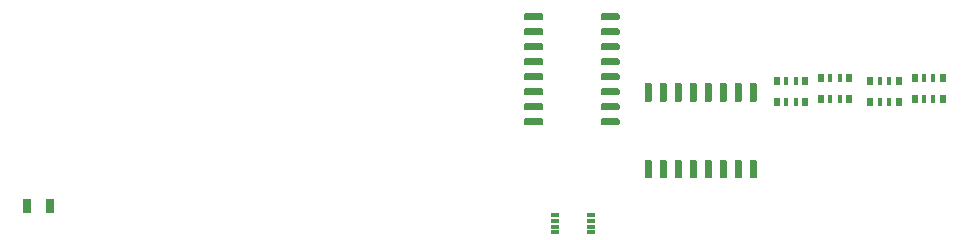
<source format=gbr>
G04 #@! TF.GenerationSoftware,KiCad,Pcbnew,(5.99.0-576-ga860ac506)*
G04 #@! TF.CreationDate,2021-04-05T12:44:30+02:00*
G04 #@! TF.ProjectId,50 pin to 34 pin Floppy Adapter,35302070-696e-4207-946f-203334207069,rev?*
G04 #@! TF.SameCoordinates,Original*
G04 #@! TF.FileFunction,Paste,Bot*
G04 #@! TF.FilePolarity,Positive*
%FSLAX46Y46*%
G04 Gerber Fmt 4.6, Leading zero omitted, Abs format (unit mm)*
G04 Created by KiCad (PCBNEW (5.99.0-576-ga860ac506)) date 2021-04-05 12:44:30*
%MOMM*%
%LPD*%
G04 APERTURE LIST*
%ADD10R,0.800000X0.300000*%
%ADD11R,0.700000X1.300000*%
%ADD12R,0.500000X0.800000*%
%ADD13R,0.400000X0.800000*%
G04 APERTURE END LIST*
D10*
X85635500Y-39421500D03*
X85635500Y-38921500D03*
X85635500Y-38421500D03*
X85635500Y-37921500D03*
X88735500Y-37921500D03*
X88735500Y-38421500D03*
X88735500Y-38921500D03*
X88735500Y-39421500D03*
D11*
X40960000Y-37211000D03*
X42860000Y-37211000D03*
G36*
X84515903Y-29746918D02*
G01*
X84564566Y-29779434D01*
X84597082Y-29828097D01*
X84608500Y-29885500D01*
X84608500Y-30185500D01*
X84597082Y-30242903D01*
X84564566Y-30291566D01*
X84515903Y-30324082D01*
X84458500Y-30335500D01*
X83158500Y-30335500D01*
X83101097Y-30324082D01*
X83052434Y-30291566D01*
X83019918Y-30242903D01*
X83008500Y-30185500D01*
X83008500Y-29885500D01*
X83019918Y-29828097D01*
X83052434Y-29779434D01*
X83101097Y-29746918D01*
X83158500Y-29735500D01*
X84458500Y-29735500D01*
X84515903Y-29746918D01*
G37*
G36*
X84515903Y-28476918D02*
G01*
X84564566Y-28509434D01*
X84597082Y-28558097D01*
X84608500Y-28615500D01*
X84608500Y-28915500D01*
X84597082Y-28972903D01*
X84564566Y-29021566D01*
X84515903Y-29054082D01*
X84458500Y-29065500D01*
X83158500Y-29065500D01*
X83101097Y-29054082D01*
X83052434Y-29021566D01*
X83019918Y-28972903D01*
X83008500Y-28915500D01*
X83008500Y-28615500D01*
X83019918Y-28558097D01*
X83052434Y-28509434D01*
X83101097Y-28476918D01*
X83158500Y-28465500D01*
X84458500Y-28465500D01*
X84515903Y-28476918D01*
G37*
G36*
X84515903Y-27206918D02*
G01*
X84564566Y-27239434D01*
X84597082Y-27288097D01*
X84608500Y-27345500D01*
X84608500Y-27645500D01*
X84597082Y-27702903D01*
X84564566Y-27751566D01*
X84515903Y-27784082D01*
X84458500Y-27795500D01*
X83158500Y-27795500D01*
X83101097Y-27784082D01*
X83052434Y-27751566D01*
X83019918Y-27702903D01*
X83008500Y-27645500D01*
X83008500Y-27345500D01*
X83019918Y-27288097D01*
X83052434Y-27239434D01*
X83101097Y-27206918D01*
X83158500Y-27195500D01*
X84458500Y-27195500D01*
X84515903Y-27206918D01*
G37*
G36*
X84515903Y-25936918D02*
G01*
X84564566Y-25969434D01*
X84597082Y-26018097D01*
X84608500Y-26075500D01*
X84608500Y-26375500D01*
X84597082Y-26432903D01*
X84564566Y-26481566D01*
X84515903Y-26514082D01*
X84458500Y-26525500D01*
X83158500Y-26525500D01*
X83101097Y-26514082D01*
X83052434Y-26481566D01*
X83019918Y-26432903D01*
X83008500Y-26375500D01*
X83008500Y-26075500D01*
X83019918Y-26018097D01*
X83052434Y-25969434D01*
X83101097Y-25936918D01*
X83158500Y-25925500D01*
X84458500Y-25925500D01*
X84515903Y-25936918D01*
G37*
G36*
X84515903Y-24666918D02*
G01*
X84564566Y-24699434D01*
X84597082Y-24748097D01*
X84608500Y-24805500D01*
X84608500Y-25105500D01*
X84597082Y-25162903D01*
X84564566Y-25211566D01*
X84515903Y-25244082D01*
X84458500Y-25255500D01*
X83158500Y-25255500D01*
X83101097Y-25244082D01*
X83052434Y-25211566D01*
X83019918Y-25162903D01*
X83008500Y-25105500D01*
X83008500Y-24805500D01*
X83019918Y-24748097D01*
X83052434Y-24699434D01*
X83101097Y-24666918D01*
X83158500Y-24655500D01*
X84458500Y-24655500D01*
X84515903Y-24666918D01*
G37*
G36*
X84515903Y-23396918D02*
G01*
X84564566Y-23429434D01*
X84597082Y-23478097D01*
X84608500Y-23535500D01*
X84608500Y-23835500D01*
X84597082Y-23892903D01*
X84564566Y-23941566D01*
X84515903Y-23974082D01*
X84458500Y-23985500D01*
X83158500Y-23985500D01*
X83101097Y-23974082D01*
X83052434Y-23941566D01*
X83019918Y-23892903D01*
X83008500Y-23835500D01*
X83008500Y-23535500D01*
X83019918Y-23478097D01*
X83052434Y-23429434D01*
X83101097Y-23396918D01*
X83158500Y-23385500D01*
X84458500Y-23385500D01*
X84515903Y-23396918D01*
G37*
G36*
X84515903Y-22126918D02*
G01*
X84564566Y-22159434D01*
X84597082Y-22208097D01*
X84608500Y-22265500D01*
X84608500Y-22565500D01*
X84597082Y-22622903D01*
X84564566Y-22671566D01*
X84515903Y-22704082D01*
X84458500Y-22715500D01*
X83158500Y-22715500D01*
X83101097Y-22704082D01*
X83052434Y-22671566D01*
X83019918Y-22622903D01*
X83008500Y-22565500D01*
X83008500Y-22265500D01*
X83019918Y-22208097D01*
X83052434Y-22159434D01*
X83101097Y-22126918D01*
X83158500Y-22115500D01*
X84458500Y-22115500D01*
X84515903Y-22126918D01*
G37*
G36*
X84515903Y-20856918D02*
G01*
X84564566Y-20889434D01*
X84597082Y-20938097D01*
X84608500Y-20995500D01*
X84608500Y-21295500D01*
X84597082Y-21352903D01*
X84564566Y-21401566D01*
X84515903Y-21434082D01*
X84458500Y-21445500D01*
X83158500Y-21445500D01*
X83101097Y-21434082D01*
X83052434Y-21401566D01*
X83019918Y-21352903D01*
X83008500Y-21295500D01*
X83008500Y-20995500D01*
X83019918Y-20938097D01*
X83052434Y-20889434D01*
X83101097Y-20856918D01*
X83158500Y-20845500D01*
X84458500Y-20845500D01*
X84515903Y-20856918D01*
G37*
G36*
X91015903Y-20856918D02*
G01*
X91064566Y-20889434D01*
X91097082Y-20938097D01*
X91108500Y-20995500D01*
X91108500Y-21295500D01*
X91097082Y-21352903D01*
X91064566Y-21401566D01*
X91015903Y-21434082D01*
X90958500Y-21445500D01*
X89658500Y-21445500D01*
X89601097Y-21434082D01*
X89552434Y-21401566D01*
X89519918Y-21352903D01*
X89508500Y-21295500D01*
X89508500Y-20995500D01*
X89519918Y-20938097D01*
X89552434Y-20889434D01*
X89601097Y-20856918D01*
X89658500Y-20845500D01*
X90958500Y-20845500D01*
X91015903Y-20856918D01*
G37*
G36*
X91015903Y-22126918D02*
G01*
X91064566Y-22159434D01*
X91097082Y-22208097D01*
X91108500Y-22265500D01*
X91108500Y-22565500D01*
X91097082Y-22622903D01*
X91064566Y-22671566D01*
X91015903Y-22704082D01*
X90958500Y-22715500D01*
X89658500Y-22715500D01*
X89601097Y-22704082D01*
X89552434Y-22671566D01*
X89519918Y-22622903D01*
X89508500Y-22565500D01*
X89508500Y-22265500D01*
X89519918Y-22208097D01*
X89552434Y-22159434D01*
X89601097Y-22126918D01*
X89658500Y-22115500D01*
X90958500Y-22115500D01*
X91015903Y-22126918D01*
G37*
G36*
X91015903Y-23396918D02*
G01*
X91064566Y-23429434D01*
X91097082Y-23478097D01*
X91108500Y-23535500D01*
X91108500Y-23835500D01*
X91097082Y-23892903D01*
X91064566Y-23941566D01*
X91015903Y-23974082D01*
X90958500Y-23985500D01*
X89658500Y-23985500D01*
X89601097Y-23974082D01*
X89552434Y-23941566D01*
X89519918Y-23892903D01*
X89508500Y-23835500D01*
X89508500Y-23535500D01*
X89519918Y-23478097D01*
X89552434Y-23429434D01*
X89601097Y-23396918D01*
X89658500Y-23385500D01*
X90958500Y-23385500D01*
X91015903Y-23396918D01*
G37*
G36*
X91015903Y-24666918D02*
G01*
X91064566Y-24699434D01*
X91097082Y-24748097D01*
X91108500Y-24805500D01*
X91108500Y-25105500D01*
X91097082Y-25162903D01*
X91064566Y-25211566D01*
X91015903Y-25244082D01*
X90958500Y-25255500D01*
X89658500Y-25255500D01*
X89601097Y-25244082D01*
X89552434Y-25211566D01*
X89519918Y-25162903D01*
X89508500Y-25105500D01*
X89508500Y-24805500D01*
X89519918Y-24748097D01*
X89552434Y-24699434D01*
X89601097Y-24666918D01*
X89658500Y-24655500D01*
X90958500Y-24655500D01*
X91015903Y-24666918D01*
G37*
G36*
X91015903Y-25936918D02*
G01*
X91064566Y-25969434D01*
X91097082Y-26018097D01*
X91108500Y-26075500D01*
X91108500Y-26375500D01*
X91097082Y-26432903D01*
X91064566Y-26481566D01*
X91015903Y-26514082D01*
X90958500Y-26525500D01*
X89658500Y-26525500D01*
X89601097Y-26514082D01*
X89552434Y-26481566D01*
X89519918Y-26432903D01*
X89508500Y-26375500D01*
X89508500Y-26075500D01*
X89519918Y-26018097D01*
X89552434Y-25969434D01*
X89601097Y-25936918D01*
X89658500Y-25925500D01*
X90958500Y-25925500D01*
X91015903Y-25936918D01*
G37*
G36*
X91015903Y-27206918D02*
G01*
X91064566Y-27239434D01*
X91097082Y-27288097D01*
X91108500Y-27345500D01*
X91108500Y-27645500D01*
X91097082Y-27702903D01*
X91064566Y-27751566D01*
X91015903Y-27784082D01*
X90958500Y-27795500D01*
X89658500Y-27795500D01*
X89601097Y-27784082D01*
X89552434Y-27751566D01*
X89519918Y-27702903D01*
X89508500Y-27645500D01*
X89508500Y-27345500D01*
X89519918Y-27288097D01*
X89552434Y-27239434D01*
X89601097Y-27206918D01*
X89658500Y-27195500D01*
X90958500Y-27195500D01*
X91015903Y-27206918D01*
G37*
G36*
X91015903Y-28476918D02*
G01*
X91064566Y-28509434D01*
X91097082Y-28558097D01*
X91108500Y-28615500D01*
X91108500Y-28915500D01*
X91097082Y-28972903D01*
X91064566Y-29021566D01*
X91015903Y-29054082D01*
X90958500Y-29065500D01*
X89658500Y-29065500D01*
X89601097Y-29054082D01*
X89552434Y-29021566D01*
X89519918Y-28972903D01*
X89508500Y-28915500D01*
X89508500Y-28615500D01*
X89519918Y-28558097D01*
X89552434Y-28509434D01*
X89601097Y-28476918D01*
X89658500Y-28465500D01*
X90958500Y-28465500D01*
X91015903Y-28476918D01*
G37*
G36*
X91015903Y-29746918D02*
G01*
X91064566Y-29779434D01*
X91097082Y-29828097D01*
X91108500Y-29885500D01*
X91108500Y-30185500D01*
X91097082Y-30242903D01*
X91064566Y-30291566D01*
X91015903Y-30324082D01*
X90958500Y-30335500D01*
X89658500Y-30335500D01*
X89601097Y-30324082D01*
X89552434Y-30291566D01*
X89519918Y-30242903D01*
X89508500Y-30185500D01*
X89508500Y-29885500D01*
X89519918Y-29828097D01*
X89552434Y-29779434D01*
X89601097Y-29746918D01*
X89658500Y-29735500D01*
X90958500Y-29735500D01*
X91015903Y-29746918D01*
G37*
D12*
X112338000Y-26595500D03*
D13*
X113938000Y-26595500D03*
X113138000Y-26595500D03*
D12*
X114738000Y-26595500D03*
D13*
X113138000Y-28395500D03*
D12*
X112338000Y-28395500D03*
D13*
X113938000Y-28395500D03*
D12*
X114738000Y-28395500D03*
X116084500Y-26341500D03*
D13*
X117684500Y-26341500D03*
X116884500Y-26341500D03*
D12*
X118484500Y-26341500D03*
D13*
X116884500Y-28141500D03*
D12*
X116084500Y-28141500D03*
D13*
X117684500Y-28141500D03*
D12*
X118484500Y-28141500D03*
G36*
X102632903Y-26758918D02*
G01*
X102681566Y-26791434D01*
X102714082Y-26840097D01*
X102725500Y-26897500D01*
X102725500Y-28197500D01*
X102714082Y-28254903D01*
X102681566Y-28303566D01*
X102632903Y-28336082D01*
X102575500Y-28347500D01*
X102275500Y-28347500D01*
X102218097Y-28336082D01*
X102169434Y-28303566D01*
X102136918Y-28254903D01*
X102125500Y-28197500D01*
X102125500Y-26897500D01*
X102136918Y-26840097D01*
X102169434Y-26791434D01*
X102218097Y-26758918D01*
X102275500Y-26747500D01*
X102575500Y-26747500D01*
X102632903Y-26758918D01*
G37*
G36*
X101362903Y-26758918D02*
G01*
X101411566Y-26791434D01*
X101444082Y-26840097D01*
X101455500Y-26897500D01*
X101455500Y-28197500D01*
X101444082Y-28254903D01*
X101411566Y-28303566D01*
X101362903Y-28336082D01*
X101305500Y-28347500D01*
X101005500Y-28347500D01*
X100948097Y-28336082D01*
X100899434Y-28303566D01*
X100866918Y-28254903D01*
X100855500Y-28197500D01*
X100855500Y-26897500D01*
X100866918Y-26840097D01*
X100899434Y-26791434D01*
X100948097Y-26758918D01*
X101005500Y-26747500D01*
X101305500Y-26747500D01*
X101362903Y-26758918D01*
G37*
G36*
X100092903Y-26758918D02*
G01*
X100141566Y-26791434D01*
X100174082Y-26840097D01*
X100185500Y-26897500D01*
X100185500Y-28197500D01*
X100174082Y-28254903D01*
X100141566Y-28303566D01*
X100092903Y-28336082D01*
X100035500Y-28347500D01*
X99735500Y-28347500D01*
X99678097Y-28336082D01*
X99629434Y-28303566D01*
X99596918Y-28254903D01*
X99585500Y-28197500D01*
X99585500Y-26897500D01*
X99596918Y-26840097D01*
X99629434Y-26791434D01*
X99678097Y-26758918D01*
X99735500Y-26747500D01*
X100035500Y-26747500D01*
X100092903Y-26758918D01*
G37*
G36*
X98822903Y-26758918D02*
G01*
X98871566Y-26791434D01*
X98904082Y-26840097D01*
X98915500Y-26897500D01*
X98915500Y-28197500D01*
X98904082Y-28254903D01*
X98871566Y-28303566D01*
X98822903Y-28336082D01*
X98765500Y-28347500D01*
X98465500Y-28347500D01*
X98408097Y-28336082D01*
X98359434Y-28303566D01*
X98326918Y-28254903D01*
X98315500Y-28197500D01*
X98315500Y-26897500D01*
X98326918Y-26840097D01*
X98359434Y-26791434D01*
X98408097Y-26758918D01*
X98465500Y-26747500D01*
X98765500Y-26747500D01*
X98822903Y-26758918D01*
G37*
G36*
X97552903Y-26758918D02*
G01*
X97601566Y-26791434D01*
X97634082Y-26840097D01*
X97645500Y-26897500D01*
X97645500Y-28197500D01*
X97634082Y-28254903D01*
X97601566Y-28303566D01*
X97552903Y-28336082D01*
X97495500Y-28347500D01*
X97195500Y-28347500D01*
X97138097Y-28336082D01*
X97089434Y-28303566D01*
X97056918Y-28254903D01*
X97045500Y-28197500D01*
X97045500Y-26897500D01*
X97056918Y-26840097D01*
X97089434Y-26791434D01*
X97138097Y-26758918D01*
X97195500Y-26747500D01*
X97495500Y-26747500D01*
X97552903Y-26758918D01*
G37*
G36*
X96282903Y-26758918D02*
G01*
X96331566Y-26791434D01*
X96364082Y-26840097D01*
X96375500Y-26897500D01*
X96375500Y-28197500D01*
X96364082Y-28254903D01*
X96331566Y-28303566D01*
X96282903Y-28336082D01*
X96225500Y-28347500D01*
X95925500Y-28347500D01*
X95868097Y-28336082D01*
X95819434Y-28303566D01*
X95786918Y-28254903D01*
X95775500Y-28197500D01*
X95775500Y-26897500D01*
X95786918Y-26840097D01*
X95819434Y-26791434D01*
X95868097Y-26758918D01*
X95925500Y-26747500D01*
X96225500Y-26747500D01*
X96282903Y-26758918D01*
G37*
G36*
X95012903Y-26758918D02*
G01*
X95061566Y-26791434D01*
X95094082Y-26840097D01*
X95105500Y-26897500D01*
X95105500Y-28197500D01*
X95094082Y-28254903D01*
X95061566Y-28303566D01*
X95012903Y-28336082D01*
X94955500Y-28347500D01*
X94655500Y-28347500D01*
X94598097Y-28336082D01*
X94549434Y-28303566D01*
X94516918Y-28254903D01*
X94505500Y-28197500D01*
X94505500Y-26897500D01*
X94516918Y-26840097D01*
X94549434Y-26791434D01*
X94598097Y-26758918D01*
X94655500Y-26747500D01*
X94955500Y-26747500D01*
X95012903Y-26758918D01*
G37*
G36*
X93742903Y-26758918D02*
G01*
X93791566Y-26791434D01*
X93824082Y-26840097D01*
X93835500Y-26897500D01*
X93835500Y-28197500D01*
X93824082Y-28254903D01*
X93791566Y-28303566D01*
X93742903Y-28336082D01*
X93685500Y-28347500D01*
X93385500Y-28347500D01*
X93328097Y-28336082D01*
X93279434Y-28303566D01*
X93246918Y-28254903D01*
X93235500Y-28197500D01*
X93235500Y-26897500D01*
X93246918Y-26840097D01*
X93279434Y-26791434D01*
X93328097Y-26758918D01*
X93385500Y-26747500D01*
X93685500Y-26747500D01*
X93742903Y-26758918D01*
G37*
G36*
X93742903Y-33258918D02*
G01*
X93791566Y-33291434D01*
X93824082Y-33340097D01*
X93835500Y-33397500D01*
X93835500Y-34697500D01*
X93824082Y-34754903D01*
X93791566Y-34803566D01*
X93742903Y-34836082D01*
X93685500Y-34847500D01*
X93385500Y-34847500D01*
X93328097Y-34836082D01*
X93279434Y-34803566D01*
X93246918Y-34754903D01*
X93235500Y-34697500D01*
X93235500Y-33397500D01*
X93246918Y-33340097D01*
X93279434Y-33291434D01*
X93328097Y-33258918D01*
X93385500Y-33247500D01*
X93685500Y-33247500D01*
X93742903Y-33258918D01*
G37*
G36*
X95012903Y-33258918D02*
G01*
X95061566Y-33291434D01*
X95094082Y-33340097D01*
X95105500Y-33397500D01*
X95105500Y-34697500D01*
X95094082Y-34754903D01*
X95061566Y-34803566D01*
X95012903Y-34836082D01*
X94955500Y-34847500D01*
X94655500Y-34847500D01*
X94598097Y-34836082D01*
X94549434Y-34803566D01*
X94516918Y-34754903D01*
X94505500Y-34697500D01*
X94505500Y-33397500D01*
X94516918Y-33340097D01*
X94549434Y-33291434D01*
X94598097Y-33258918D01*
X94655500Y-33247500D01*
X94955500Y-33247500D01*
X95012903Y-33258918D01*
G37*
G36*
X96282903Y-33258918D02*
G01*
X96331566Y-33291434D01*
X96364082Y-33340097D01*
X96375500Y-33397500D01*
X96375500Y-34697500D01*
X96364082Y-34754903D01*
X96331566Y-34803566D01*
X96282903Y-34836082D01*
X96225500Y-34847500D01*
X95925500Y-34847500D01*
X95868097Y-34836082D01*
X95819434Y-34803566D01*
X95786918Y-34754903D01*
X95775500Y-34697500D01*
X95775500Y-33397500D01*
X95786918Y-33340097D01*
X95819434Y-33291434D01*
X95868097Y-33258918D01*
X95925500Y-33247500D01*
X96225500Y-33247500D01*
X96282903Y-33258918D01*
G37*
G36*
X97552903Y-33258918D02*
G01*
X97601566Y-33291434D01*
X97634082Y-33340097D01*
X97645500Y-33397500D01*
X97645500Y-34697500D01*
X97634082Y-34754903D01*
X97601566Y-34803566D01*
X97552903Y-34836082D01*
X97495500Y-34847500D01*
X97195500Y-34847500D01*
X97138097Y-34836082D01*
X97089434Y-34803566D01*
X97056918Y-34754903D01*
X97045500Y-34697500D01*
X97045500Y-33397500D01*
X97056918Y-33340097D01*
X97089434Y-33291434D01*
X97138097Y-33258918D01*
X97195500Y-33247500D01*
X97495500Y-33247500D01*
X97552903Y-33258918D01*
G37*
G36*
X98822903Y-33258918D02*
G01*
X98871566Y-33291434D01*
X98904082Y-33340097D01*
X98915500Y-33397500D01*
X98915500Y-34697500D01*
X98904082Y-34754903D01*
X98871566Y-34803566D01*
X98822903Y-34836082D01*
X98765500Y-34847500D01*
X98465500Y-34847500D01*
X98408097Y-34836082D01*
X98359434Y-34803566D01*
X98326918Y-34754903D01*
X98315500Y-34697500D01*
X98315500Y-33397500D01*
X98326918Y-33340097D01*
X98359434Y-33291434D01*
X98408097Y-33258918D01*
X98465500Y-33247500D01*
X98765500Y-33247500D01*
X98822903Y-33258918D01*
G37*
G36*
X100092903Y-33258918D02*
G01*
X100141566Y-33291434D01*
X100174082Y-33340097D01*
X100185500Y-33397500D01*
X100185500Y-34697500D01*
X100174082Y-34754903D01*
X100141566Y-34803566D01*
X100092903Y-34836082D01*
X100035500Y-34847500D01*
X99735500Y-34847500D01*
X99678097Y-34836082D01*
X99629434Y-34803566D01*
X99596918Y-34754903D01*
X99585500Y-34697500D01*
X99585500Y-33397500D01*
X99596918Y-33340097D01*
X99629434Y-33291434D01*
X99678097Y-33258918D01*
X99735500Y-33247500D01*
X100035500Y-33247500D01*
X100092903Y-33258918D01*
G37*
G36*
X101362903Y-33258918D02*
G01*
X101411566Y-33291434D01*
X101444082Y-33340097D01*
X101455500Y-33397500D01*
X101455500Y-34697500D01*
X101444082Y-34754903D01*
X101411566Y-34803566D01*
X101362903Y-34836082D01*
X101305500Y-34847500D01*
X101005500Y-34847500D01*
X100948097Y-34836082D01*
X100899434Y-34803566D01*
X100866918Y-34754903D01*
X100855500Y-34697500D01*
X100855500Y-33397500D01*
X100866918Y-33340097D01*
X100899434Y-33291434D01*
X100948097Y-33258918D01*
X101005500Y-33247500D01*
X101305500Y-33247500D01*
X101362903Y-33258918D01*
G37*
G36*
X102632903Y-33258918D02*
G01*
X102681566Y-33291434D01*
X102714082Y-33340097D01*
X102725500Y-33397500D01*
X102725500Y-34697500D01*
X102714082Y-34754903D01*
X102681566Y-34803566D01*
X102632903Y-34836082D01*
X102575500Y-34847500D01*
X102275500Y-34847500D01*
X102218097Y-34836082D01*
X102169434Y-34803566D01*
X102136918Y-34754903D01*
X102125500Y-34697500D01*
X102125500Y-33397500D01*
X102136918Y-33340097D01*
X102169434Y-33291434D01*
X102218097Y-33258918D01*
X102275500Y-33247500D01*
X102575500Y-33247500D01*
X102632903Y-33258918D01*
G37*
X106825500Y-28395500D03*
D13*
X106025500Y-28395500D03*
D12*
X104425500Y-28395500D03*
D13*
X105225500Y-28395500D03*
D12*
X106825500Y-26595500D03*
D13*
X105225500Y-26595500D03*
X106025500Y-26595500D03*
D12*
X104425500Y-26595500D03*
X108134000Y-26341500D03*
D13*
X109734000Y-26341500D03*
X108934000Y-26341500D03*
D12*
X110534000Y-26341500D03*
D13*
X108934000Y-28141500D03*
D12*
X108134000Y-28141500D03*
D13*
X109734000Y-28141500D03*
D12*
X110534000Y-28141500D03*
M02*

</source>
